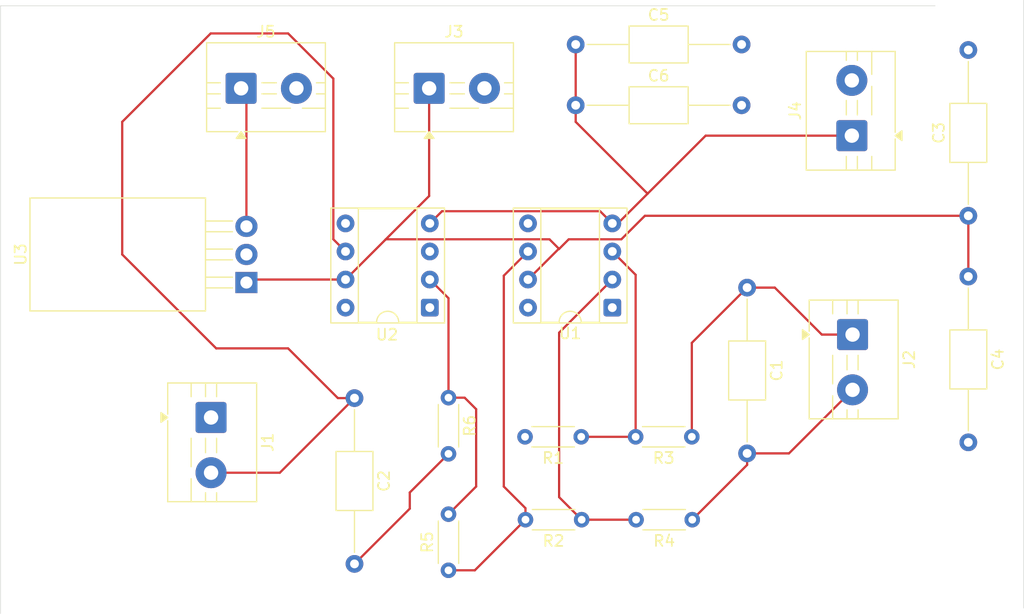
<source format=kicad_pcb>
(kicad_pcb (version 20241229) (generator "pcbnew") (generator_version "9.0")
  (layers (0 "F.Cu" signal) (2 "B.Cu" signal) (13 "F.Paste" user) (15 "B.Paste" user) (5 "F.SilkS" user "F.Silkscreen") (7 "B.SilkS" user "B.Silkscreen") (1 "F.Mask" user) (3 "B.Mask" user) (25 "Edge.Cuts" user))
  (net 0 "")
  (net 1 "Net-(J2-Pin_2)")
  (net 2 "Net-(J2-Pin_1)")
  (net 3 "Net-(C2-Pad2)")
  (net 4 "Net-(J1-Pin_2)")
  (net 5 "GND")
  (net 6 "Net-(U1-+)")
  (net 7 "Net-(R2-Pad2)")
  (net 8 "Net-(U1--)")
  (net 9 "Net-(U2--)")
  (net 16 "Net-(J3-Pin_1)")
  (net 17 "Net-(J4-Pin_1)")
  (net 18 "Net-(J5-Pin_1)")
  (footprint "Resistor_THT:R_Axial_DIN0204_L3.6mm_D1.6mm_P5.08mm_Horizontal" (layer "F.Cu") (at 145 59 180)
    (property "Reference" "R3" (at 2.54 -1.92 0) (layer "F.SilkS"))
    (property "Value" "R")
    (fp_line (start 0.62 0.92) (end 4.46 0.92) (stroke (width 0.12)) (layer "F.SilkS"))
    (fp_line (start 0.62 -0.92) (end 4.46 -0.92) (stroke (width 0.12)) (layer "F.SilkS"))
    (pad "1" thru_hole circle (at 0 0 180) (size 1.4 1.4) (drill 0.7) (layers "*.Cu" "*.Mask") (net 2 "Net-(J2-Pin_1)"))
    (pad "2" thru_hole circle (at 5.08 0 180) (size 1.4 1.4) (drill 0.7) (layers "*.Cu" "*.Mask") (net 6 "Net-(U1-+)"))
  )
  (footprint "Capacitor_THT:C_Axial_L5.1mm_D3.1mm_P15.00mm_Horizontal" (layer "F.Cu") (at 134.5 23.5)
    (property "Reference" "C5" (at 7.5 -2.67 0) (layer "F.SilkS"))
    (property "Value" "C")
    (fp_line (start 1.04 0) (end 4.83 0) (stroke (width 0.12)) (layer "F.SilkS"))
    (fp_line (start 13.96 0) (end 10.17 0) (stroke (width 0.12)) (layer "F.SilkS"))
    (fp_rect (start 4.83 -1.67) (end 10.17 1.67) (stroke (width 0.12)) (fill no) (layer "F.SilkS"))
    (pad "1" thru_hole circle (at 0 0) (size 1.6 1.6) (drill 0.8) (layers "*.Cu" "*.Mask") (net 17 "Net-(J4-Pin_1)"))
    (pad "2" thru_hole circle (at 15 0) (size 1.6 1.6) (drill 0.8) (layers "*.Cu" "*.Mask") (net 5 "GND"))
  )
  (footprint "TerminalBlock:TerminalBlock_MaiXu_MX126-5.0-02P_1x02_P5.00mm" (layer "F.Cu") (at 121.25 27.4675)
    (property "Reference" "J3" (at 2.25 -5.12 0) (layer "F.SilkS"))
    (property "Value" "Screw_Terminal_01x02")
    (fp_line (start -3.12 -4.12) (end 7.62 -4.12) (stroke (width 0.12)) (layer "F.SilkS"))
    (fp_line (start -3.12 -0.5) (end -1.88 -0.5) (stroke (width 0.12)) (layer "F.SilkS"))
    (fp_line (start -3.12 0.5) (end -1.88 0.5) (stroke (width 0.12)) (layer "F.SilkS"))
    (fp_line (start -3.12 1.8) (end -1.88 1.8) (stroke (width 0.12)) (layer "F.SilkS"))
    (fp_line (start -3.12 3.92) (end -3.12 -4.12) (stroke (width 0.12)) (layer "F.SilkS"))
    (fp_line (start -0.3 3.92) (end -3.12 3.92) (stroke (width 0.12)) (layer "F.SilkS"))
    (fp_line (start 1.88 -0.5) (end 3.188 -0.5) (stroke (width 0.12)) (layer "F.SilkS"))
    (fp_line (start 1.88 0.5) (end 3.188 0.5) (stroke (width 0.12)) (layer "F.SilkS"))
    (fp_line (start 1.88 1.8) (end 4.457 1.8) (stroke (width 0.12)) (layer "F.SilkS"))
    (fp_line (start 5.543 1.8) (end 7.62 1.8) (stroke (width 0.12)) (layer "F.SilkS"))
    (fp_line (start 6.812 -0.5) (end 7.62 -0.5) (stroke (width 0.12)) (layer "F.SilkS"))
    (fp_line (start 6.812 0.5) (end 7.62 0.5) (stroke (width 0.12)) (layer "F.SilkS"))
    (fp_line (start 7.62 -4.12) (end 7.62 3.92) (stroke (width 0.12)) (layer "F.SilkS"))
    (fp_line (start 7.62 3.92) (end 0.3 3.92) (stroke (width 0.12)) (layer "F.SilkS"))
    (fp_poly (pts (xy 0 3.92) (xy 0.44 4.53) (xy -0.44 4.53)) (stroke (width 0.12)) (fill yes) (layer "F.SilkS"))
    (pad "1" thru_hole roundrect (at 0 0) (size 2.8 2.8) (drill 1.3) (layers "*.Cu" "*.Mask") (roundrect_rratio 0.089286) (net 16 "Net-(J3-Pin_1)"))
    (pad "2" thru_hole circle (at 5 0) (size 2.8 2.8) (drill 1.3) (layers "*.Cu" "*.Mask") (net 5 "GND"))
  )
  (footprint "Resistor_THT:R_Axial_DIN0204_L3.6mm_D1.6mm_P5.08mm_Horizontal" (layer "F.Cu") (at 123 71.08 90)
    (property "Reference" "R5" (at 2.54 -1.92 90) (layer "F.SilkS"))
    (property "Value" "R")
    (fp_line (start 0.62 -0.92) (end 4.46 -0.92) (stroke (width 0.12)) (layer "F.SilkS"))
    (fp_line (start 0.62 0.92) (end 4.46 0.92) (stroke (width 0.12)) (layer "F.SilkS"))
    (pad "1" thru_hole circle (at 0 0 90) (size 1.4 1.4) (drill 0.7) (layers "*.Cu" "*.Mask") (net 7 "Net-(R2-Pad2)"))
    (pad "2" thru_hole circle (at 5.08 0 90) (size 1.4 1.4) (drill 0.7) (layers "*.Cu" "*.Mask") (net 9 "Net-(U2--)"))
  )
  (footprint "Resistor_THT:R_Axial_DIN0204_L3.6mm_D1.6mm_P5.08mm_Horizontal" (layer "F.Cu") (at 145.04 66.5 180)
    (property "Reference" "R4" (at 2.54 -1.92 0) (layer "F.SilkS"))
    (property "Value" "R")
    (fp_line (start 0.62 0.92) (end 4.46 0.92) (stroke (width 0.12)) (layer "F.SilkS"))
    (fp_line (start 0.62 -0.92) (end 4.46 -0.92) (stroke (width 0.12)) (layer "F.SilkS"))
    (pad "1" thru_hole circle (at 0 0 180) (size 1.4 1.4) (drill 0.7) (layers "*.Cu" "*.Mask") (net 1 "Net-(J2-Pin_2)"))
    (pad "2" thru_hole circle (at 5.08 0 180) (size 1.4 1.4) (drill 0.7) (layers "*.Cu" "*.Mask") (net 8 "Net-(U1--)"))
  )
  (footprint "TerminalBlock:TerminalBlock_MaiXu_MX126-5.0-02P_1x02_P5.00mm" (layer "F.Cu") (at 159.5325 49.75 -90)
    (property "Reference" "J2" (at 2.25 -5.12 90) (layer "F.SilkS"))
    (property "Value" "Screw_Terminal_01x02")
    (fp_line (start -3.12 3.92) (end -3.12 -4.12) (stroke (width 0.12)) (layer "F.SilkS"))
    (fp_line (start -0.3 3.92) (end -3.12 3.92) (stroke (width 0.12)) (layer "F.SilkS"))
    (fp_line (start 7.62 3.92) (end 0.3 3.92) (stroke (width 0.12)) (layer "F.SilkS"))
    (fp_line (start -3.12 1.8) (end -1.88 1.8) (stroke (width 0.12)) (layer "F.SilkS"))
    (fp_line (start 1.88 1.8) (end 4.457 1.8) (stroke (width 0.12)) (layer "F.SilkS"))
    (fp_line (start 5.543 1.8) (end 7.62 1.8) (stroke (width 0.12)) (layer "F.SilkS"))
    (fp_line (start -3.12 0.5) (end -1.88 0.5) (stroke (width 0.12)) (layer "F.SilkS"))
    (fp_line (start 1.88 0.5) (end 3.188 0.5) (stroke (width 0.12)) (layer "F.SilkS"))
    (fp_line (start 6.812 0.5) (end 7.62 0.5) (stroke (width 0.12)) (layer "F.SilkS"))
    (fp_line (start -3.12 -0.5) (end -1.88 -0.5) (stroke (width 0.12)) (layer "F.SilkS"))
    (fp_line (start 1.88 -0.5) (end 3.188 -0.5) (stroke (width 0.12)) (layer "F.SilkS"))
    (fp_line (start 6.812 -0.5) (end 7.62 -0.5) (stroke (width 0.12)) (layer "F.SilkS"))
    (fp_line (start -3.12 -4.12) (end 7.62 -4.12) (stroke (width 0.12)) (layer "F.SilkS"))
    (fp_line (start 7.62 -4.12) (end 7.62 3.92) (stroke (width 0.12)) (layer "F.SilkS"))
    (fp_poly (pts (xy 0 3.92) (xy 0.44 4.53) (xy -0.44 4.53)) (stroke (width 0.12)) (fill yes) (layer "F.SilkS"))
    (pad "1" thru_hole roundrect (at 0 0 270) (size 2.8 2.8) (drill 1.3) (layers "*.Cu" "*.Mask") (roundrect_rratio 0.089286) (net 2 "Net-(J2-Pin_1)"))
    (pad "2" thru_hole circle (at 5 0 270) (size 2.8 2.8) (drill 1.3) (layers "*.Cu" "*.Mask") (net 1 "Net-(J2-Pin_2)"))
  )
  (footprint "Capacitor_THT:C_Axial_L5.1mm_D3.1mm_P15.00mm_Horizontal" (layer "F.Cu") (at 114.5 55.5 -90)
    (property "Reference" "C2" (at 7.5 -2.67 90) (layer "F.SilkS"))
    (property "Value" "C")
    (fp_line (start 1.04 0) (end 4.83 0) (stroke (width 0.12)) (layer "F.SilkS"))
    (fp_line (start 13.96 0) (end 10.17 0) (stroke (width 0.12)) (layer "F.SilkS"))
    (fp_rect (start 4.83 -1.67) (end 10.17 1.67) (stroke (width 0.12)) (fill no) (layer "F.SilkS"))
    (pad "1" thru_hole circle (at 0 0 270) (size 1.6 1.6) (drill 0.8) (layers "*.Cu" "*.Mask") (net 4 "Net-(J1-Pin_2)"))
    (pad "2" thru_hole circle (at 15 0 270) (size 1.6 1.6) (drill 0.8) (layers "*.Cu" "*.Mask") (net 3 "Net-(C2-Pad2)"))
  )
  (footprint "TerminalBlock:TerminalBlock_MaiXu_MX126-5.0-02P_1x02_P5.00mm" (layer "F.Cu") (at 104.25 27.4675)
    (property "Reference" "J5" (at 2.25 -5.12 0) (layer "F.SilkS"))
    (property "Value" "Screw_Terminal_01x02")
    (fp_line (start -3.12 -4.12) (end 7.62 -4.12) (stroke (width 0.12)) (layer "F.SilkS"))
    (fp_line (start -3.12 -0.5) (end -1.88 -0.5) (stroke (width 0.12)) (layer "F.SilkS"))
    (fp_line (start -3.12 0.5) (end -1.88 0.5) (stroke (width 0.12)) (layer "F.SilkS"))
    (fp_line (start -3.12 1.8) (end -1.88 1.8) (stroke (width 0.12)) (layer "F.SilkS"))
    (fp_line (start -3.12 3.92) (end -3.12 -4.12) (stroke (width 0.12)) (layer "F.SilkS"))
    (fp_line (start -0.3 3.92) (end -3.12 3.92) (stroke (width 0.12)) (layer "F.SilkS"))
    (fp_line (start 1.88 -0.5) (end 3.188 -0.5) (stroke (width 0.12)) (layer "F.SilkS"))
    (fp_line (start 1.88 0.5) (end 3.188 0.5) (stroke (width 0.12)) (layer "F.SilkS"))
    (fp_line (start 1.88 1.8) (end 4.457 1.8) (stroke (width 0.12)) (layer "F.SilkS"))
    (fp_line (start 5.543 1.8) (end 7.62 1.8) (stroke (width 0.12)) (layer "F.SilkS"))
    (fp_line (start 6.812 -0.5) (end 7.62 -0.5) (stroke (width 0.12)) (layer "F.SilkS"))
    (fp_line (start 6.812 0.5) (end 7.62 0.5) (stroke (width 0.12)) (layer "F.SilkS"))
    (fp_line (start 7.62 -4.12) (end 7.62 3.92) (stroke (width 0.12)) (layer "F.SilkS"))
    (fp_line (start 7.62 3.92) (end 0.3 3.92) (stroke (width 0.12)) (layer "F.SilkS"))
    (fp_poly (pts (xy 0 3.92) (xy 0.44 4.53) (xy -0.44 4.53)) (stroke (width 0.12)) (fill yes) (layer "F.SilkS"))
    (pad "1" thru_hole roundrect (at 0 0) (size 2.8 2.8) (drill 1.3) (layers "*.Cu" "*.Mask") (roundrect_rratio 0.089286) (net 18 "Net-(J5-Pin_1)"))
    (pad "2" thru_hole circle (at 5 0) (size 2.8 2.8) (drill 1.3) (layers "*.Cu" "*.Mask") (net 5 "GND"))
  )
  (footprint "Package_TO_SOT_THT:TO-220-3_Horizontal_TabDown" (layer "F.Cu") (at 104.73 45.04 90)
    (property "Reference" "U3" (at 2.54 -20.41 90) (layer "F.SilkS"))
    (property "Value" "LM7805_TO220")
    (fp_line (start -2.57 -19.57) (end 7.65 -19.57) (stroke (width 0.12)) (layer "F.SilkS"))
    (fp_line (start 7.65 -3.7) (end 7.65 -19.57) (stroke (width 0.12)) (layer "F.SilkS"))
    (fp_line (start 5.565 -3.7) (end 5.565 -1.26) (stroke (width 0.12)) (layer "F.SilkS"))
    (fp_line (start 4.595 -3.7) (end 4.595 -1.26) (stroke (width 0.12)) (layer "F.SilkS"))
    (fp_line (start 3.025 -3.7) (end 3.025 -1.26) (stroke (width 0.12)) (layer "F.SilkS"))
    (fp_line (start 2.055 -3.7) (end 2.055 -1.26) (stroke (width 0.12)) (layer "F.SilkS"))
    (fp_line (start 0.485 -3.7) (end 0.485 -1.26) (stroke (width 0.12)) (layer "F.SilkS"))
    (fp_line (start -0.485 -3.7) (end -0.485 -1.26) (stroke (width 0.12)) (layer "F.SilkS"))
    (fp_line (start -2.57 -3.7) (end -2.57 -19.57) (stroke (width 0.12)) (layer "F.SilkS"))
    (fp_line (start -2.57 -3.7) (end 7.65 -3.7) (stroke (width 0.12)) (layer "F.SilkS"))
    (pad "" np_thru_hole circle (at 2.54 -16.66 90) (size 3.5 3.5) (drill 3.5) (layers "*.Cu" "*.Mask"))
    (pad "1" thru_hole rect (at 0 0 90) (size 1.905 2) (drill 1.1) (layers "*.Cu" "*.Mask") (net 16 "Net-(J3-Pin_1)"))
    (pad "2" thru_hole oval (at 2.54 0 90) (size 1.905 2) (drill 1.1) (layers "*.Cu" "*.Mask") (net 5 "GND"))
    (pad "3" thru_hole oval (at 5.08 0 90) (size 1.905 2) (drill 1.1) (layers "*.Cu" "*.Mask") (net 18 "Net-(J5-Pin_1)"))
  )
  (footprint "Resistor_THT:R_Axial_DIN0204_L3.6mm_D1.6mm_P5.08mm_Horizontal" (layer "F.Cu") (at 135.04 66.5 180)
    (property "Reference" "R2" (at 2.54 -1.92 0) (layer "F.SilkS"))
    (property "Value" "R")
    (fp_line (start 0.62 0.92) (end 4.46 0.92) (stroke (width 0.12)) (layer "F.SilkS"))
    (fp_line (start 0.62 -0.92) (end 4.46 -0.92) (stroke (width 0.12)) (layer "F.SilkS"))
    (pad "1" thru_hole circle (at 0 0 180) (size 1.4 1.4) (drill 0.7) (layers "*.Cu" "*.Mask") (net 8 "Net-(U1--)"))
    (pad "2" thru_hole circle (at 5.08 0 180) (size 1.4 1.4) (drill 0.7) (layers "*.Cu" "*.Mask") (net 7 "Net-(R2-Pad2)"))
  )
  (footprint "TerminalBlock:TerminalBlock_MaiXu_MX126-5.0-02P_1x02_P5.00mm" (layer "F.Cu") (at 159.4675 31.75 90)
    (property "Reference" "J4" (at 2.25 -5.12 90) (layer "F.SilkS"))
    (property "Value" "Screw_Terminal_01x02")
    (fp_line (start 7.62 -4.12) (end 7.62 3.92) (stroke (width 0.12)) (layer "F.SilkS"))
    (fp_line (start -3.12 -4.12) (end 7.62 -4.12) (stroke (width 0.12)) (layer "F.SilkS"))
    (fp_line (start 6.812 -0.5) (end 7.62 -0.5) (stroke (width 0.12)) (layer "F.SilkS"))
    (fp_line (start 1.88 -0.5) (end 3.188 -0.5) (stroke (width 0.12)) (layer "F.SilkS"))
    (fp_line (start -3.12 -0.5) (end -1.88 -0.5) (stroke (width 0.12)) (layer "F.SilkS"))
    (fp_line (start 6.812 0.5) (end 7.62 0.5) (stroke (width 0.12)) (layer "F.SilkS"))
    (fp_line (start 1.88 0.5) (end 3.188 0.5) (stroke (width 0.12)) (layer "F.SilkS"))
    (fp_line (start -3.12 0.5) (end -1.88 0.5) (stroke (width 0.12)) (layer "F.SilkS"))
    (fp_line (start 5.543 1.8) (end 7.62 1.8) (stroke (width 0.12)) (layer "F.SilkS"))
    (fp_line (start 1.88 1.8) (end 4.457 1.8) (stroke (width 0.12)) (layer "F.SilkS"))
    (fp_line (start -3.12 1.8) (end -1.88 1.8) (stroke (width 0.12)) (layer "F.SilkS"))
    (fp_line (start 7.62 3.92) (end 0.3 3.92) (stroke (width 0.12)) (layer "F.SilkS"))
    (fp_line (start -0.3 3.92) (end -3.12 3.92) (stroke (width 0.12)) (layer "F.SilkS"))
    (fp_line (start -3.12 3.92) (end -3.12 -4.12) (stroke (width 0.12)) (layer "F.SilkS"))
    (fp_poly (pts (xy 0 3.92) (xy 0.44 4.53) (xy -0.44 4.53)) (stroke (width 0.12)) (fill yes) (layer "F.SilkS"))
    (pad "1" thru_hole roundrect (at 0 0 90) (size 2.8 2.8) (drill 1.3) (layers "*.Cu" "*.Mask") (roundrect_rratio 0.089286) (net 17 "Net-(J4-Pin_1)"))
    (pad "2" thru_hole circle (at 5 0 90) (size 2.8 2.8) (drill 1.3) (layers "*.Cu" "*.Mask") (net 5 "GND"))
  )
  (footprint "Resistor_THT:R_Axial_DIN0204_L3.6mm_D1.6mm_P5.08mm_Horizontal" (layer "F.Cu") (at 135 59 180)
    (property "Reference" "R1" (at 2.54 -1.92 0) (layer "F.SilkS"))
    (property "Value" "R")
    (fp_line (start 0.62 0.92) (end 4.46 0.92) (stroke (width 0.12)) (layer "F.SilkS"))
    (fp_line (start 0.62 -0.92) (end 4.46 -0.92) (stroke (width 0.12)) (layer "F.SilkS"))
    (pad "1" thru_hole circle (at 0 0 180) (size 1.4 1.4) (drill 0.7) (layers "*.Cu" "*.Mask") (net 6 "Net-(U1-+)"))
    (pad "2" thru_hole circle (at 5.08 0 180) (size 1.4 1.4) (drill 0.7) (layers "*.Cu" "*.Mask") (net 5 "GND"))
  )
  (footprint "Capacitor_THT:C_Axial_L5.1mm_D3.1mm_P15.00mm_Horizontal" (layer "F.Cu") (at 150 45.5 -90)
    (property "Reference" "C1" (at 7.5 -2.67 90) (layer "F.SilkS"))
    (property "Value" "C")
    (fp_line (start 1.04 0) (end 4.83 0) (stroke (width 0.12)) (layer "F.SilkS"))
    (fp_line (start 13.96 0) (end 10.17 0) (stroke (width 0.12)) (layer "F.SilkS"))
    (fp_rect (start 4.83 -1.67) (end 10.17 1.67) (stroke (width 0.12)) (fill no) (layer "F.SilkS"))
    (pad "1" thru_hole circle (at 0 0 270) (size 1.6 1.6) (drill 0.8) (layers "*.Cu" "*.Mask") (net 2 "Net-(J2-Pin_1)"))
    (pad "2" thru_hole circle (at 15 0 270) (size 1.6 1.6) (drill 0.8) (layers "*.Cu" "*.Mask") (net 1 "Net-(J2-Pin_2)"))
  )
  (footprint "Capacitor_THT:C_Axial_L5.1mm_D3.1mm_P15.00mm_Horizontal" (layer "F.Cu") (at 170 39 90)
    (property "Reference" "C3" (at 7.5 -2.67 90) (layer "F.SilkS"))
    (property "Value" "C")
    (fp_line (start 13.96 0) (end 10.17 0) (stroke (width 0.12)) (layer "F.SilkS"))
    (fp_line (start 1.04 0) (end 4.83 0) (stroke (width 0.12)) (layer "F.SilkS"))
    (fp_rect (start 4.83 -1.67) (end 10.17 1.67) (stroke (width 0.12)) (fill no) (layer "F.SilkS"))
    (pad "1" thru_hole circle (at 0 0 90) (size 1.6 1.6) (drill 0.8) (layers "*.Cu" "*.Mask") (net 16 "Net-(J3-Pin_1)"))
    (pad "2" thru_hole circle (at 15 0 90) (size 1.6 1.6) (drill 0.8) (layers "*.Cu" "*.Mask") (net 5 "GND"))
  )
  (footprint "Resistor_THT:R_Axial_DIN0204_L3.6mm_D1.6mm_P5.08mm_Horizontal" (layer "F.Cu") (at 123 55.46 -90)
    (property "Reference" "R6" (at 2.54 -1.92 90) (layer "F.SilkS"))
    (property "Value" "R")
    (fp_line (start 0.62 0.92) (end 4.46 0.92) (stroke (width 0.12)) (layer "F.SilkS"))
    (fp_line (start 0.62 -0.92) (end 4.46 -0.92) (stroke (width 0.12)) (layer "F.SilkS"))
    (pad "1" thru_hole circle (at 0 0 270) (size 1.4 1.4) (drill 0.7) (layers "*.Cu" "*.Mask") (net 9 "Net-(U2--)"))
    (pad "2" thru_hole circle (at 5.08 0 270) (size 1.4 1.4) (drill 0.7) (layers "*.Cu" "*.Mask") (net 3 "Net-(C2-Pad2)"))
  )
  (footprint "Package_DIP:DIP-8_W7.62mm_Socket" (layer "F.Cu") (at 121.31 47.31 180)
    (property "Reference" "U2" (at 3.87 -2.45 0) (layer "F.SilkS"))
    (property "Value" "LM741")
    (fp_line (start 6.46 8.95) (end 6.46 -1.33) (stroke (width 0.12)) (layer "F.SilkS"))
    (fp_line (start 6.46 -1.33) (end 4.81 -1.33) (stroke (width 0.12)) (layer "F.SilkS"))
    (fp_line (start 2.81 -1.33) (end 1.16 -1.33) (stroke (width 0.12)) (layer "F.SilkS"))
    (fp_line (start 1.16 8.95) (end 6.46 8.95) (stroke (width 0.12)) (layer "F.SilkS"))
    (fp_line (start 1.16 -1.33) (end 1.16 8.95) (stroke (width 0.12)) (layer "F.SilkS"))
    (fp_rect (start -1.33 -1.39) (end 8.95 9.01) (stroke (width 0.12)) (fill no) (layer "F.SilkS"))
    (fp_arc (start 4.81 -1.33) (mid 3.81 -0.33) (end 2.81 -1.33) (stroke (width 0.12)) (layer "F.SilkS"))
    (pad "1" thru_hole roundrect (at 0 0 180) (size 1.6 1.6) (drill 0.8) (layers "*.Cu" "*.Mask") (roundrect_rratio 0.15625))
    (pad "2" thru_hole circle (at 0 2.54 180) (size 1.6 1.6) (drill 0.8) (layers "*.Cu" "*.Mask") (net 9 "Net-(U2--)"))
    (pad "3" thru_hole circle (at 0 5.08 180) (size 1.6 1.6) (drill 0.8) (layers "*.Cu" "*.Mask") (net 5 "GND"))
    (pad "4" thru_hole circle (at 0 7.62 180) (size 1.6 1.6) (drill 0.8) (layers "*.Cu" "*.Mask") (net 17 "Net-(J4-Pin_1)"))
    (pad "5" thru_hole circle (at 7.62 7.62 180) (size 1.6 1.6) (drill 0.8) (layers "*.Cu" "*.Mask"))
    (pad "6" thru_hole circle (at 7.62 5.08 180) (size 1.6 1.6) (drill 0.8) (layers "*.Cu" "*.Mask") (net 4 "Net-(J1-Pin_2)"))
    (pad "7" thru_hole circle (at 7.62 2.54 180) (size 1.6 1.6) (drill 0.8) (layers "*.Cu" "*.Mask") (net 16 "Net-(J3-Pin_1)"))
    (pad "8" thru_hole circle (at 7.62 0 180) (size 1.6 1.6) (drill 0.8) (layers "*.Cu" "*.Mask"))
  )
  (footprint "Capacitor_THT:C_Axial_L5.1mm_D3.1mm_P15.00mm_Horizontal" (layer "F.Cu") (at 170 44.5 -90)
    (property "Reference" "C4" (at 7.5 -2.67 90) (layer "F.SilkS"))
    (property "Value" "C")
    (fp_line (start 1.04 0) (end 4.83 0) (stroke (width 0.12)) (layer "F.SilkS"))
    (fp_line (start 13.96 0) (end 10.17 0) (stroke (width 0.12)) (layer "F.SilkS"))
    (fp_rect (start 4.83 -1.67) (end 10.17 1.67) (stroke (width 0.12)) (fill no) (layer "F.SilkS"))
    (pad "1" thru_hole circle (at 0 0 270) (size 1.6 1.6) (drill 0.8) (layers "*.Cu" "*.Mask") (net 16 "Net-(J3-Pin_1)"))
    (pad "2" thru_hole circle (at 15 0 270) (size 1.6 1.6) (drill 0.8) (layers "*.Cu" "*.Mask") (net 5 "GND"))
  )
  (footprint "Package_DIP:DIP-8_W7.62mm_Socket" (layer "F.Cu") (at 137.81 47.31 180)
    (property "Reference" "U1" (at 3.81 -2.33 0) (layer "F.SilkS"))
    (property "Value" "LM741")
    (fp_line (start 6.46 8.95) (end 6.46 -1.33) (stroke (width 0.12)) (layer "F.SilkS"))
    (fp_line (start 6.46 -1.33) (end 4.81 -1.33) (stroke (width 0.12)) (layer "F.SilkS"))
    (fp_line (start 2.81 -1.33) (end 1.16 -1.33) (stroke (width 0.12)) (layer "F.SilkS"))
    (fp_line (start 1.16 8.95) (end 6.46 8.95) (stroke (width 0.12)) (layer "F.SilkS"))
    (fp_line (start 1.16 -1.33) (end 1.16 8.95) (stroke (width 0.12)) (layer "F.SilkS"))
    (fp_rect (start -1.33 -1.39) (end 8.95 9.01) (stroke (width 0.12)) (fill no) (layer "F.SilkS"))
    (fp_arc (start 4.81 -1.33) (mid 3.81 -0.33) (end 2.81 -1.33) (stroke (width 0.12)) (layer "F.SilkS"))
    (pad "1" thru_hole roundrect (at 0 0 180) (size 1.6 1.6) (drill 0.8) (layers "*.Cu" "*.Mask") (roundrect_rratio 0.15625))
    (pad "2" thru_hole circle (at 0 2.54 180) (size 1.6 1.6) (drill 0.8) (layers "*.Cu" "*.Mask") (net 8 "Net-(U1--)"))
    (pad "3" thru_hole circle (at 0 5.08 180) (size 1.6 1.6) (drill 0.8) (layers "*.Cu" "*.Mask") (net 6 "Net-(U1-+)"))
    (pad "4" thru_hole circle (at 0 7.62 180) (size 1.6 1.6) (drill 0.8) (layers "*.Cu" "*.Mask") (net 17 "Net-(J4-Pin_1)"))
    (pad "5" thru_hole circle (at 7.62 7.62 180) (size 1.6 1.6) (drill 0.8) (layers "*.Cu" "*.Mask"))
    (pad "6" thru_hole circle (at 7.62 5.08 180) (size 1.6 1.6) (drill 0.8) (layers "*.Cu" "*.Mask") (net 7 "Net-(R2-Pad2)"))
    (pad "7" thru_hole circle (at 7.62 2.54 180) (size 1.6 1.6) (drill 0.8) (layers "*.Cu" "*.Mask") (net 16 "Net-(J3-Pin_1)"))
    (pad "8" thru_hole circle (at 7.62 0 180) (size 1.6 1.6) (drill 0.8) (layers "*.Cu" "*.Mask"))
  )
  (footprint "Capacitor_THT:C_Axial_L5.1mm_D3.1mm_P15.00mm_Horizontal" (layer "F.Cu") (at 134.5 29)
    (property "Reference" "C6" (at 7.5 -2.67 0) (layer "F.SilkS"))
    (property "Value" "C")
    (fp_line (start 1.04 0) (end 4.83 0) (stroke (width 0.12)) (layer "F.SilkS"))
    (fp_line (start 13.96 0) (end 10.17 0) (stroke (width 0.12)) (layer "F.SilkS"))
    (fp_rect (start 4.83 -1.67) (end 10.17 1.67) (stroke (width 0.12)) (fill no) (layer "F.SilkS"))
    (pad "1" thru_hole circle (at 0 0) (size 1.6 1.6) (drill 0.8) (layers "*.Cu" "*.Mask") (net 17 "Net-(J4-Pin_1)"))
    (pad "2" thru_hole circle (at 15 0) (size 1.6 1.6) (drill 0.8) (layers "*.Cu" "*.Mask") (net 5 "GND"))
  )
  (footprint "TerminalBlock:TerminalBlock_MaiXu_MX126-5.0-02P_1x02_P5.00mm" (layer "F.Cu") (at 101.5325 57.25 -90)
    (property "Reference" "J1" (at 2.25 -5.12 90) (layer "F.SilkS"))
    (property "Value" "Screw_Terminal_01x02")
    (fp_line (start -3.12 3.92) (end -3.12 -4.12) (stroke (width 0.12)) (layer "F.SilkS"))
    (fp_line (start -0.3 3.92) (end -3.12 3.92) (stroke (width 0.12)) (layer "F.SilkS"))
    (fp_line (start 7.62 3.92) (end 0.3 3.92) (stroke (width 0.12)) (layer "F.SilkS"))
    (fp_line (start -3.12 1.8) (end -1.88 1.8) (stroke (width 0.12)) (layer "F.SilkS"))
    (fp_line (start 1.88 1.8) (end 4.457 1.8) (stroke (width 0.12)) (layer "F.SilkS"))
    (fp_line (start 5.543 1.8) (end 7.62 1.8) (stroke (width 0.12)) (layer "F.SilkS"))
    (fp_line (start -3.12 0.5) (end -1.88 0.5) (stroke (width 0.12)) (layer "F.SilkS"))
    (fp_line (start 1.88 0.5) (end 3.188 0.5) (stroke (width 0.12)) (layer "F.SilkS"))
    (fp_line (start 6.812 0.5) (end 7.62 0.5) (stroke (width 0.12)) (layer "F.SilkS"))
    (fp_line (start -3.12 -0.5) (end -1.88 -0.5) (stroke (width 0.12)) (layer "F.SilkS"))
    (fp_line (start 1.88 -0.5) (end 3.188 -0.5) (stroke (width 0.12)) (layer "F.SilkS"))
    (fp_line (start 6.812 -0.5) (end 7.62 -0.5) (stroke (width 0.12)) (layer "F.SilkS"))
    (fp_line (start -3.12 -4.12) (end 7.62 -4.12) (stroke (width 0.12)) (layer "F.SilkS"))
    (fp_line (start 7.62 -4.12) (end 7.62 3.92) (stroke (width 0.12)) (layer "F.SilkS"))
    (fp_poly (pts (xy 0 3.92) (xy 0.44 4.53) (xy -0.44 4.53)) (stroke (width 0.12)) (fill yes) (layer "F.SilkS"))
    (pad "1" thru_hole roundrect (at 0 0 270) (size 2.8 2.8) (drill 1.3) (layers "*.Cu" "*.Mask") (roundrect_rratio 0.089286) (net 5 "GND"))
    (pad "2" thru_hole circle (at 5 0 270) (size 2.8 2.8) (drill 1.3) (layers "*.Cu" "*.Mask") (net 4 "Net-(J1-Pin_2)"))
  )
  (gr_line (start 82.5 20) (end 82.5 75) (stroke (width 0.05)) (layer "Edge.Cuts"))
  (gr_line (start 82.5 20) (end 167 20) (stroke (width 0.05)) (layer "Edge.Cuts"))
  (gr_line (start 175 19.5) (end 175 74.5) (stroke (width 0.05)) (layer "Edge.Cuts"))
  (segment (start 145.04 66.5) (end 150 61.54) (width 0.2) (layer "F.Cu") (net 1))
  (segment (start 150 60.5) (end 153.7825 60.5) (width 0.2) (layer "F.Cu") (net 1))
  (segment (start 153.7825 60.5) (end 159.5325 54.75) (width 0.2) (layer "F.Cu") (net 1))
  (segment (start 150 61.54) (end 150 60.5) (width 0.2) (layer "F.Cu") (net 1))
  (segment (start 152.5 45.5) (end 150 45.5) (width 0.2) (layer "F.Cu") (net 2))
  (segment (start 156.75 49.75) (end 152.5 45.5) (width 0.2) (layer "F.Cu") (net 2))
  (segment (start 145 50.5) (end 150 45.5) (width 0.2) (layer "F.Cu") (net 2))
  (segment (start 145 59) (end 145 50.5) (width 0.2) (layer "F.Cu") (net 2))
  (segment (start 159.5325 49.75) (end 156.75 49.75) (width 0.2) (layer "F.Cu") (net 2))
  (segment (start 119.5 64.04) (end 123 60.54) (width 0.2) (layer "F.Cu") (net 3))
  (segment (start 114.5 70.5) (end 119.5 65.5) (width 0.2) (layer "F.Cu") (net 3))
  (segment (start 119.5 65.5) (end 119.5 64.04) (width 0.2) (layer "F.Cu") (net 3))
  (segment (start 108.5 22.5) (end 101.5 22.5) (width 0.2) (layer "F.Cu") (net 4))
  (segment (start 93.5 30.5) (end 93.5 42.5) (width 0.2) (layer "F.Cu") (net 4))
  (segment (start 102 51) (end 108.5 51) (width 0.2) (layer "F.Cu") (net 4))
  (segment (start 93.5 42.5) (end 102 51) (width 0.2) (layer "F.Cu") (net 4))
  (segment (start 113.69 42.23) (end 112.589 41.129) (width 0.2) (layer "F.Cu") (net 4))
  (segment (start 112.589 41.129) (end 112.589 26.589) (width 0.2) (layer "F.Cu") (net 4))
  (segment (start 113 55.5) (end 114.5 55.5) (width 0.2) (layer "F.Cu") (net 4))
  (segment (start 108.5 51) (end 113 55.5) (width 0.2) (layer "F.Cu") (net 4))
  (segment (start 107.75 62.25) (end 114.5 55.5) (width 0.2) (layer "F.Cu") (net 4))
  (segment (start 112.589 26.589) (end 108.5 22.5) (width 0.2) (layer "F.Cu") (net 4))
  (segment (start 101.5325 62.25) (end 107.75 62.25) (width 0.2) (layer "F.Cu") (net 4))
  (segment (start 101.5 22.5) (end 93.5 30.5) (width 0.2) (layer "F.Cu") (net 4))
  (segment (start 139.92 44.34) (end 139.92 59) (width 0.2) (layer "F.Cu") (net 6))
  (segment (start 137.81 42.23) (end 139.92 44.34) (width 0.2) (layer "F.Cu") (net 6))
  (segment (start 135 59) (end 139.92 59) (width 0.2) (layer "F.Cu") (net 6))
  (segment (start 129.96 65.46) (end 128 63.5) (width 0.2) (layer "F.Cu") (net 7))
  (segment (start 125.38 71.08) (end 129.96 66.5) (width 0.2) (layer "F.Cu") (net 7))
  (segment (start 123 71.08) (end 125.38 71.08) (width 0.2) (layer "F.Cu") (net 7))
  (segment (start 128 44.42) (end 130.19 42.23) (width 0.2) (layer "F.Cu") (net 7))
  (segment (start 129.96 66.5) (end 129.96 65.46) (width 0.2) (layer "F.Cu") (net 7))
  (segment (start 128 63.5) (end 128 44.42) (width 0.2) (layer "F.Cu") (net 7))
  (segment (start 133 49.58) (end 133 64.46) (width 0.2) (layer "F.Cu") (net 8))
  (segment (start 135.04 66.5) (end 139.96 66.5) (width 0.2) (layer "F.Cu") (net 8))
  (segment (start 133 64.46) (end 135.04 66.5) (width 0.2) (layer "F.Cu") (net 8))
  (segment (start 137.81 44.77) (end 133 49.58) (width 0.2) (layer "F.Cu") (net 8))
  (segment (start 125.5 63.5) (end 125.5 56.5) (width 0.2) (layer "F.Cu") (net 9))
  (segment (start 121.31 44.77) (end 123 46.46) (width 0.2) (layer "F.Cu") (net 9))
  (segment (start 123 46.46) (end 123 55.46) (width 0.2) (layer "F.Cu") (net 9))
  (segment (start 124.46 55.46) (end 123 55.46) (width 0.2) (layer "F.Cu") (net 9))
  (segment (start 125.5 56.5) (end 124.46 55.46) (width 0.2) (layer "F.Cu") (net 9))
  (segment (start 123 66) (end 125.5 63.5) (width 0.2) (layer "F.Cu") (net 9))
  (segment (start 133 42) (end 133.871 41.129) (width 0.2) (layer "F.Cu") (net 16))
  (segment (start 121.25 37.21) (end 117.331 41.129) (width 0.2) (layer "F.Cu") (net 16))
  (segment (start 121.25 27.4675) (end 121.25 37.21) (width 0.2) (layer "F.Cu") (net 16))
  (segment (start 117.331 41.129) (end 132.129 41.129) (width 0.2) (layer "F.Cu") (net 16))
  (segment (start 138.629 41.129) (end 140.758 39) (width 0.2) (layer "F.Cu") (net 16))
  (segment (start 105 44.77) (end 104.73 45.04) (width 0.2) (layer "F.Cu") (net 16))
  (segment (start 113.69 44.77) (end 105 44.77) (width 0.2) (layer "F.Cu") (net 16))
  (segment (start 132.129 41.129) (end 133 42) (width 0.2) (layer "F.Cu") (net 16))
  (segment (start 133.871 41.129) (end 138.629 41.129) (width 0.2) (layer "F.Cu") (net 16))
  (segment (start 170 44.5) (end 170 39) (width 0.2) (layer "F.Cu") (net 16))
  (segment (start 132.96 42) (end 130.19 44.77) (width 0.2) (layer "F.Cu") (net 16))
  (segment (start 140.758 39) (end 170 39) (width 0.2) (layer "F.Cu") (net 16))
  (segment (start 113.69 44.77) (end 117.331 41.129) (width 0.2) (layer "F.Cu") (net 16))
  (segment (start 133 42) (end 132.96 42) (width 0.2) (layer "F.Cu") (net 16))
  (segment (start 136.709 38.589) (end 137.81 39.69) (width 0.2) (layer "F.Cu") (net 17))
  (segment (start 122.411 38.589) (end 136.709 38.589) (width 0.2) (layer "F.Cu") (net 17))
  (segment (start 134.5 29) (end 134.5 30.5) (width 0.2) (layer "F.Cu") (net 17))
  (segment (start 138.31 39.69) (end 141 37) (width 0.2) (layer "F.Cu") (net 17))
  (segment (start 143.75 34.25) (end 146.25 31.75) (width 0.2) (layer "F.Cu") (net 17))
  (segment (start 146.25 31.75) (end 159.4675 31.75) (width 0.2) (layer "F.Cu") (net 17))
  (segment (start 134.5 23.5) (end 134.5 29) (width 0.2) (layer "F.Cu") (net 17))
  (segment (start 134.5 30.5) (end 141 37) (width 0.2) (layer "F.Cu") (net 17))
  (segment (start 137.81 39.69) (end 138.31 39.69) (width 0.2) (layer "F.Cu") (net 17))
  (segment (start 141 37) (end 143.75 34.25) (width 0.2) (layer "F.Cu") (net 17))
  (segment (start 121.31 39.69) (end 122.411 38.589) (width 0.2) (layer "F.Cu") (net 17))
  (segment (start 104.73 27.9475) (end 104.25 27.4675) (width 0.2) (layer "F.Cu") (net 18))
  (segment (start 104.73 39.96) (end 104.73 27.9475) (width 0.2) (layer "F.Cu") (net 18))
)
</source>
